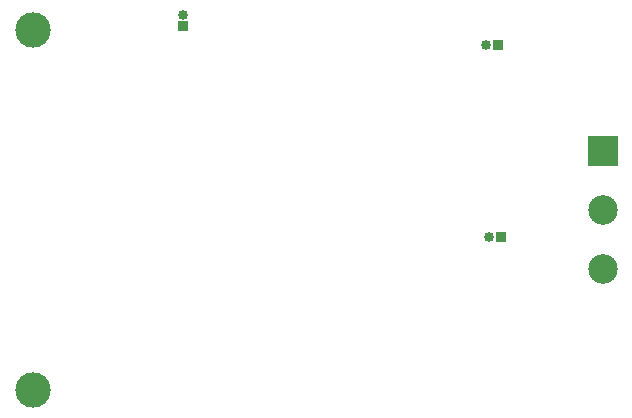
<source format=gbr>
%TF.GenerationSoftware,KiCad,Pcbnew,(6.0.11)*%
%TF.CreationDate,2023-02-10T19:02:31+05:30*%
%TF.ProjectId,1,312e6b69-6361-4645-9f70-636258585858,rev?*%
%TF.SameCoordinates,Original*%
%TF.FileFunction,Soldermask,Bot*%
%TF.FilePolarity,Negative*%
%FSLAX46Y46*%
G04 Gerber Fmt 4.6, Leading zero omitted, Abs format (unit mm)*
G04 Created by KiCad (PCBNEW (6.0.11)) date 2023-02-10 19:02:31*
%MOMM*%
%LPD*%
G01*
G04 APERTURE LIST*
%ADD10R,2.500000X2.500000*%
%ADD11C,2.500000*%
%ADD12C,3.000000*%
%ADD13R,0.850000X0.850000*%
%ADD14O,0.850000X0.850000*%
G04 APERTURE END LIST*
D10*
%TO.C,J1*%
X182880000Y-81360000D03*
D11*
X182880000Y-86360000D03*
X182880000Y-91360000D03*
%TD*%
D12*
%TO.C,J2*%
X134620000Y-71120000D03*
%TD*%
D13*
%TO.C,I2C1*%
X173990000Y-72390000D03*
D14*
X172990000Y-72390000D03*
%TD*%
D12*
%TO.C,J3*%
X134620000Y-101600000D03*
%TD*%
D13*
%TO.C,I2C3*%
X147320000Y-70792000D03*
D14*
X147320000Y-69792000D03*
%TD*%
D13*
%TO.C,I2C2*%
X174260000Y-88582500D03*
D14*
X173260000Y-88582500D03*
%TD*%
M02*

</source>
